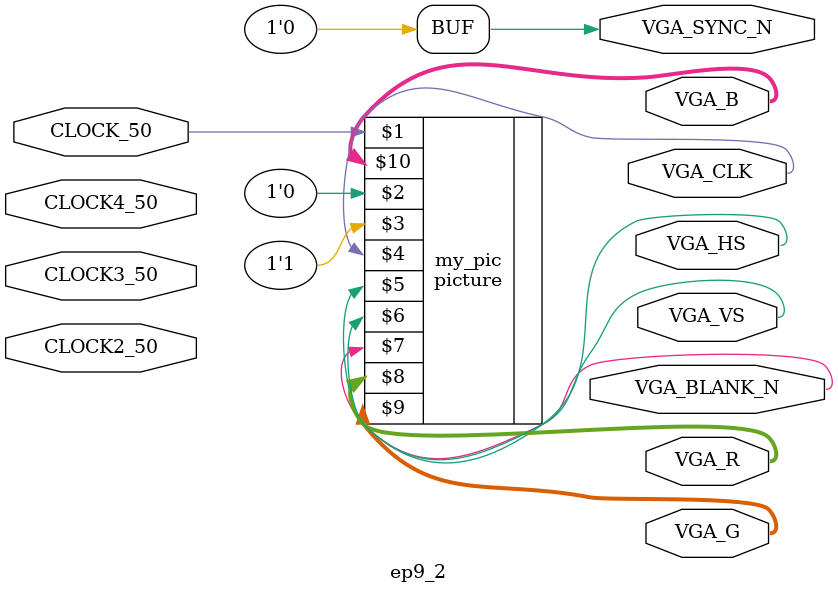
<source format=v>


module ep9_2(

	//////////// CLOCK //////////
	input 		          		CLOCK2_50,
	input 		          		CLOCK3_50,
	input 		          		CLOCK4_50,
	input 		          		CLOCK_50,

	//////////// VGA //////////
	output		          		VGA_BLANK_N,
	output		     [7:0]		VGA_B,
	output		          		VGA_CLK,
	output		     [7:0]		VGA_G,
	output		          		VGA_HS,
	output		     [7:0]		VGA_R,
	output		          		VGA_SYNC_N,
	output		          		VGA_VS
);



//=======================================================
//  REG/WIRE declarations
//=======================================================

assign VGA_SYNC_N = 1'b0;

picture my_pic(CLOCK_50, 1'b0, 1'b1, VGA_CLK, VGA_HS, VGA_VS, VGA_BLANK_N, VGA_R, VGA_G, VGA_B);


//=======================================================
//  Structural coding
//=======================================================



endmodule

</source>
